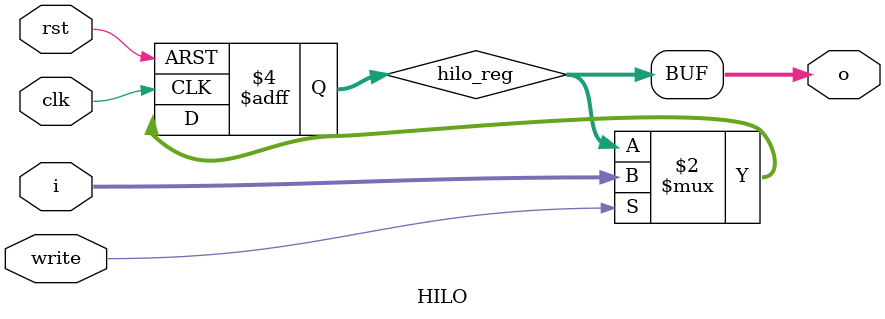
<source format=v>
`timescale 1ns / 1ps

module HILO(
    input clk,
    input rst,
    input write,
    input [31:0] i,
    output [31:0] o
    );
    reg [31:0] hilo_reg;
    assign o = hilo_reg;

    always @(negedge clk or posedge rst) begin
        if(rst) begin
            hilo_reg <= 0; end
        else if(write) begin
            hilo_reg <= i; end
    end
endmodule
</source>
